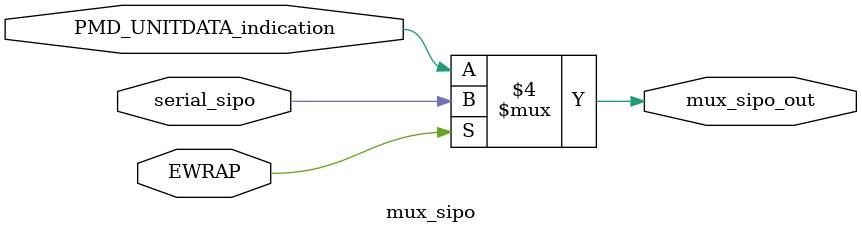
<source format=v>
/*
******************************************************************************
*
*  Filename     :   mux_sipo.v
*i
*  Description  :   This module describes the multiplexer which passes dat to the input
                    of the sipo module. This mux is governed by EWRAP control signal and passes
                    data from two inputs: PMD_UNITDATA_indication and s_out which is the output of piso module
*
*  Author       :   Jhon Gaitan Aguilar
*                   <JHON.GAITAN@ucr.ac.cr>
*
*  License      :   This program is free software: you can redistribute it and/or modify
*                   it under the terms of the GNU General Public License as published by
*                   the Free Software Foundation, either version 3 of the License, or
*                   (at your option) any later version.
*
*                   This program is distributed in the hope that it will be useful,
*                   but WITHOUT ANY WARRANTY; without even the implied warranty of
*                   MERCHANTABILITY or FITNESS FOR A PARTICULAR PURPOSE.  See the
*                   GNU General Public License for more details.
*
*                   You should have received a copy of the GNU General Public License
*                   along with this program.  If not, see <http://www.gnu.org/licenses/>.
*  
*  Created      :   11/18/2022
*
******************************************************************************
*/
module mux_sipo(

    //Declare Inputs here
    input serial_sipo,
    input PMD_UNITDATA_indication,
    input EWRAP,
    //Declare Outputs here
    output reg mux_sipo_out);

//Declare registers here

//Declare wires here


always @(serial_sipo,PMD_UNITDATA_indication,EWRAP) begin
    if (EWRAP == 1) begin
     mux_sipo_out = serial_sipo;
    end
else
     mux_sipo_out = PMD_UNITDATA_indication;
end
endmodule
</source>
